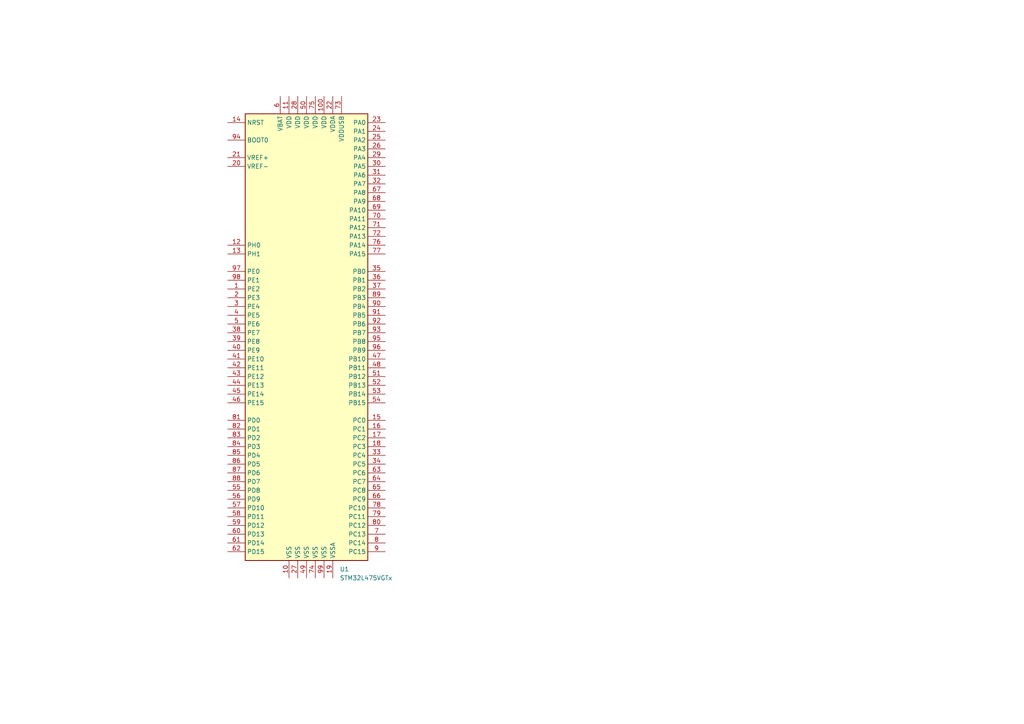
<source format=kicad_sch>
(kicad_sch (version 20211123) (generator eeschema)
  (paper "A4")
  (title_block (title "Microcontroller") (date "2023-01-22"))
  (lib_symbols
    (symbol "MCU_ST_STM32L4:STM32L475VGTx"
      (property "Reference" "U" (at -17.78 64.77 0))
      (property "Value" "STM32L475VGTx" (at 12.7 64.77 0))
      (symbol "STM32L475VGTx_0_1"
        (rectangle (start -17.78 -66.04) (end 17.78 63.5) (stroke (width 0.254)) (fill (type background)))
      )
      (symbol "STM32L475VGTx_1_1"
        (pin bidirectional line (at -22.86 12.7 0) (length 5.08) (name "PE2") (number "1"))
        (pin power_in line (at -5.08 -71.12 90) (length 5.08) (name "VSS") (number "10"))
        (pin power_in line (at 5.08 68.58 270) (length 5.08) (name "VDD") (number "100"))
        (pin power_in line (at -5.08 68.58 270) (length 5.08) (name "VDD") (number "11"))
        (pin input line (at -22.86 25.4 0) (length 5.08) (name "PH0") (number "12"))
        (pin input line (at -22.86 22.86 0) (length 5.08) (name "PH1") (number "13"))
        (pin input line (at -22.86 60.96 0) (length 5.08) (name "NRST") (number "14"))
        (pin bidirectional line (at 22.86 -25.4 180) (length 5.08) (name "PC0") (number "15"))
        (pin bidirectional line (at 22.86 -27.94 180) (length 5.08) (name "PC1") (number "16"))
        (pin bidirectional line (at 22.86 -30.48 180) (length 5.08) (name "PC2") (number "17"))
        (pin bidirectional line (at 22.86 -33.02 180) (length 5.08) (name "PC3") (number "18"))
        (pin power_in line (at 7.62 -71.12 90) (length 5.08) (name "VSSA") (number "19"))
        (pin bidirectional line (at -22.86 10.16 0) (length 5.08) (name "PE3") (number "2"))
        (pin power_in line (at -22.86 48.26 0) (length 5.08) (name "VREF-") (number "20"))
        (pin bidirectional line (at -22.86 50.8 0) (length 5.08) (name "VREF+") (number "21"))
        (pin power_in line (at 7.62 68.58 270) (length 5.08) (name "VDDA") (number "22"))
        (pin bidirectional line (at 22.86 60.96 180) (length 5.08) (name "PA0") (number "23"))
        (pin bidirectional line (at 22.86 58.42 180) (length 5.08) (name "PA1") (number "24"))
        (pin bidirectional line (at 22.86 55.88 180) (length 5.08) (name "PA2") (number "25"))
        (pin bidirectional line (at 22.86 53.34 180) (length 5.08) (name "PA3") (number "26"))
        (pin power_in line (at -2.54 -71.12 90) (length 5.08) (name "VSS") (number "27"))
        (pin power_in line (at -2.54 68.58 270) (length 5.08) (name "VDD") (number "28"))
        (pin bidirectional line (at 22.86 50.8 180) (length 5.08) (name "PA4") (number "29"))
        (pin bidirectional line (at -22.86 7.62 0) (length 5.08) (name "PE4") (number "3"))
        (pin bidirectional line (at 22.86 48.26 180) (length 5.08) (name "PA5") (number "30"))
        (pin bidirectional line (at 22.86 45.72 180) (length 5.08) (name "PA6") (number "31"))
        (pin bidirectional line (at 22.86 43.18 180) (length 5.08) (name "PA7") (number "32"))
        (pin bidirectional line (at 22.86 -35.56 180) (length 5.08) (name "PC4") (number "33"))
        (pin bidirectional line (at 22.86 -38.1 180) (length 5.08) (name "PC5") (number "34"))
        (pin bidirectional line (at 22.86 17.78 180) (length 5.08) (name "PB0") (number "35"))
        (pin bidirectional line (at 22.86 15.24 180) (length 5.08) (name "PB1") (number "36"))
        (pin bidirectional line (at 22.86 12.7 180) (length 5.08) (name "PB2") (number "37"))
        (pin bidirectional line (at -22.86 0 0) (length 5.08) (name "PE7") (number "38"))
        (pin bidirectional line (at -22.86 -2.54 0) (length 5.08) (name "PE8") (number "39"))
        (pin bidirectional line (at -22.86 5.08 0) (length 5.08) (name "PE5") (number "4"))
        (pin bidirectional line (at -22.86 -5.08 0) (length 5.08) (name "PE9") (number "40"))
        (pin bidirectional line (at -22.86 -7.62 0) (length 5.08) (name "PE10") (number "41"))
        (pin bidirectional line (at -22.86 -10.16 0) (length 5.08) (name "PE11") (number "42"))
        (pin bidirectional line (at -22.86 -12.7 0) (length 5.08) (name "PE12") (number "43"))
        (pin bidirectional line (at -22.86 -15.24 0) (length 5.08) (name "PE13") (number "44"))
        (pin bidirectional line (at -22.86 -17.78 0) (length 5.08) (name "PE14") (number "45"))
        (pin bidirectional line (at -22.86 -20.32 0) (length 5.08) (name "PE15") (number "46"))
        (pin bidirectional line (at 22.86 -7.62 180) (length 5.08) (name "PB10") (number "47"))
        (pin bidirectional line (at 22.86 -10.16 180) (length 5.08) (name "PB11") (number "48"))
        (pin power_in line (at 0 -71.12 90) (length 5.08) (name "VSS") (number "49"))
        (pin bidirectional line (at -22.86 2.54 0) (length 5.08) (name "PE6") (number "5"))
        (pin power_in line (at 0 68.58 270) (length 5.08) (name "VDD") (number "50"))
        (pin bidirectional line (at 22.86 -12.7 180) (length 5.08) (name "PB12") (number "51"))
        (pin bidirectional line (at 22.86 -15.24 180) (length 5.08) (name "PB13") (number "52"))
        (pin bidirectional line (at 22.86 -17.78 180) (length 5.08) (name "PB14") (number "53"))
        (pin bidirectional line (at 22.86 -20.32 180) (length 5.08) (name "PB15") (number "54"))
        (pin bidirectional line (at -22.86 -45.72 0) (length 5.08) (name "PD8") (number "55"))
        (pin bidirectional line (at -22.86 -48.26 0) (length 5.08) (name "PD9") (number "56"))
        (pin bidirectional line (at -22.86 -50.8 0) (length 5.08) (name "PD10") (number "57"))
        (pin bidirectional line (at -22.86 -53.34 0) (length 5.08) (name "PD11") (number "58"))
        (pin bidirectional line (at -22.86 -55.88 0) (length 5.08) (name "PD12") (number "59"))
        (pin power_in line (at -7.62 68.58 270) (length 5.08) (name "VBAT") (number "6"))
        (pin bidirectional line (at -22.86 -58.42 0) (length 5.08) (name "PD13") (number "60"))
        (pin bidirectional line (at -22.86 -60.96 0) (length 5.08) (name "PD14") (number "61"))
        (pin bidirectional line (at -22.86 -63.5 0) (length 5.08) (name "PD15") (number "62"))
        (pin bidirectional line (at 22.86 -40.64 180) (length 5.08) (name "PC6") (number "63"))
        (pin bidirectional line (at 22.86 -43.18 180) (length 5.08) (name "PC7") (number "64"))
        (pin bidirectional line (at 22.86 -45.72 180) (length 5.08) (name "PC8") (number "65"))
        (pin bidirectional line (at 22.86 -48.26 180) (length 5.08) (name "PC9") (number "66"))
        (pin bidirectional line (at 22.86 40.64 180) (length 5.08) (name "PA8") (number "67"))
        (pin bidirectional line (at 22.86 38.1 180) (length 5.08) (name "PA9") (number "68"))
        (pin bidirectional line (at 22.86 35.56 180) (length 5.08) (name "PA10") (number "69"))
        (pin bidirectional line (at 22.86 -58.42 180) (length 5.08) (name "PC13") (number "7"))
        (pin bidirectional line (at 22.86 33.02 180) (length 5.08) (name "PA11") (number "70"))
        (pin bidirectional line (at 22.86 30.48 180) (length 5.08) (name "PA12") (number "71"))
        (pin bidirectional line (at 22.86 27.94 180) (length 5.08) (name "PA13") (number "72"))
        (pin power_in line (at 10.16 68.58 270) (length 5.08) (name "VDDUSB") (number "73"))
        (pin power_in line (at 2.54 -71.12 90) (length 5.08) (name "VSS") (number "74"))
        (pin power_in line (at 2.54 68.58 270) (length 5.08) (name "VDD") (number "75"))
        (pin bidirectional line (at 22.86 25.4 180) (length 5.08) (name "PA14") (number "76"))
        (pin bidirectional line (at 22.86 22.86 180) (length 5.08) (name "PA15") (number "77"))
        (pin bidirectional line (at 22.86 -50.8 180) (length 5.08) (name "PC10") (number "78"))
        (pin bidirectional line (at 22.86 -53.34 180) (length 5.08) (name "PC11") (number "79"))
        (pin bidirectional line (at 22.86 -60.96 180) (length 5.08) (name "PC14") (number "8"))
        (pin bidirectional line (at 22.86 -55.88 180) (length 5.08) (name "PC12") (number "80"))
        (pin bidirectional line (at -22.86 -25.4 0) (length 5.08) (name "PD0") (number "81"))
        (pin bidirectional line (at -22.86 -27.94 0) (length 5.08) (name "PD1") (number "82"))
        (pin bidirectional line (at -22.86 -30.48 0) (length 5.08) (name "PD2") (number "83"))
        (pin bidirectional line (at -22.86 -33.02 0) (length 5.08) (name "PD3") (number "84"))
        (pin bidirectional line (at -22.86 -35.56 0) (length 5.08) (name "PD4") (number "85"))
        (pin bidirectional line (at -22.86 -38.1 0) (length 5.08) (name "PD5") (number "86"))
        (pin bidirectional line (at -22.86 -40.64 0) (length 5.08) (name "PD6") (number "87"))
        (pin bidirectional line (at -22.86 -43.18 0) (length 5.08) (name "PD7") (number "88"))
        (pin bidirectional line (at 22.86 10.16 180) (length 5.08) (name "PB3") (number "89"))
        (pin bidirectional line (at 22.86 -63.5 180) (length 5.08) (name "PC15") (number "9"))
        (pin bidirectional line (at 22.86 7.62 180) (length 5.08) (name "PB4") (number "90"))
        (pin bidirectional line (at 22.86 5.08 180) (length 5.08) (name "PB5") (number "91"))
        (pin bidirectional line (at 22.86 2.54 180) (length 5.08) (name "PB6") (number "92"))
        (pin bidirectional line (at 22.86 0 180) (length 5.08) (name "PB7") (number "93"))
        (pin input line (at -22.86 55.88 0) (length 5.08) (name "BOOT0") (number "94"))
        (pin bidirectional line (at 22.86 -2.54 180) (length 5.08) (name "PB8") (number "95"))
        (pin bidirectional line (at 22.86 -5.08 180) (length 5.08) (name "PB9") (number "96"))
        (pin bidirectional line (at -22.86 17.78 0) (length 5.08) (name "PE0") (number "97"))
        (pin bidirectional line (at -22.86 15.24 0) (length 5.08) (name "PE1") (number "98"))
        (pin power_in line (at 5.08 -71.12 90) (length 5.08) (name "VSS") (number "99"))
      )
    )
  )
  (symbol (lib_id "MCU_ST_STM32L4:STM32L475VGTx") (at 88.9 96.52 0) (unit 1)
    (property "Reference" "U1" (at 98.5394 165.1 0) (effects (justify left)))
    (property "Value" "STM32L475VGTx" (at 98.5394 167.64 0) (effects (justify left)))
    (property "Footprint" "Package_QFP:LQFP-100_14x14mm_P0.5mm" (effects hide))
    (property "Datasheet" "http://www.st.com/st-web-ui/static/active/en/resource/technical/document/datasheet/DM00172872.pdf" (effects hide))
  )
)
</source>
